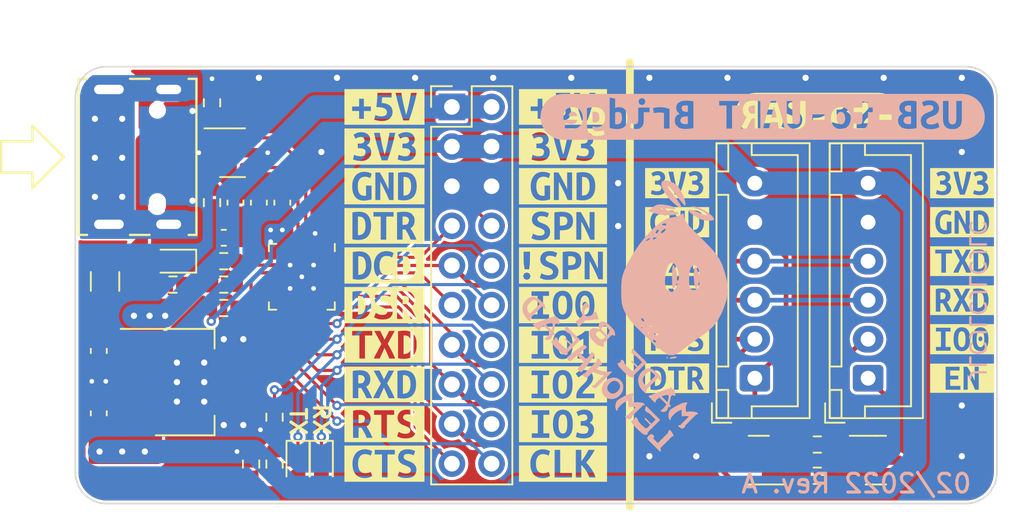
<source format=kicad_pcb>
(kicad_pcb (version 20211014) (generator pcbnew)
  (layers (0 "F.Cu" signal) (31 "B.Cu" signal) (34 "B.Paste" user) (35 "F.Paste" user) (36 "B.SilkS" user "B.Silkscreen") (37 "F.SilkS" user "F.Silkscreen") (38 "B.Mask" user) (39 "F.Mask" user) (44 "Edge.Cuts" user))
  (net 0 "")
  (net 1 "VBUS")
  (net 2 "GND")
  (net 3 "+3V3")
  (net 4 "Earth")
  (net 5 "Net-(J1-PadA5)")
  (net 8 "/USB_CONN_DN")
  (net 9 "/USB_CONN_DP")
  (net 10 "Net-(J1-PadB5)")
  (net 11 "/TXD")
  (net 12 "/RXD")
  (net 13 "/USB_DP")
  (net 14 "/USB_DN")
  (net 17 "Net-(D1-Pad2)")
  (net 18 "Net-(D2-Pad2)")
  (net 19 "Net-(D3-Pad2)")
  (net 20 "Net-(F1-Pad1)")
  (net 21 "Net-(R4-Pad2)")
  (net 22 "Net-(R6-Pad2)")
  (net 23 "/EN")
  (net 24 "/IO0")
  (net 25 "Net-(Q1-Pad1)")
  (net 26 "Net-(Q2-Pad1)")
  (net 27 "/~{RXT}{slash}GPIO1")
  (net 28 "/~{TXT}{slash}GPIO0")
  (net 29 "/~{DCD}")
  (net 30 "/SUSPEND")
  (net 31 "/~{DTR}")
  (net 32 "/~{SUSPEND}")
  (net 33 "/~{DSR}")
  (net 34 "/GPIO2")
  (net 35 "/~{RTS}")
  (net 36 "/GPIO3")
  (net 37 "/~{CTS}")
  (net 38 "/~{RI}{slash}CLK")
  (footprint "kibuzzard-61FF9B79" (layer "F.Cu") (at 116.468 71.316)
    (fp_text reference "kibuzzard-61FF9B79" hide)
    (fp_text value "G***" hide)
  )
  (footprint "Package_TO_SOT_SMD:SOT-23" (layer "F.Cu") (at 136.5 81.25)
    (fp_text reference "Q1" hide)
    (fp_text value "BC848")
  )
  (footprint "Package_TO_SOT_SMD:SOT-223-3_TabPin2" (layer "F.Cu") (at 92.25 76.25)
    (fp_text reference "U3" hide)
    (fp_text value "MCP1703A-3302_SOT223")
  )
  (footprint "kibuzzard-61FF9A21" (layer "F.Cu") (at 105.038 78.936)
    (fp_text reference "kibuzzard-61FF9A21" hide)
    (fp_text value "G***" hide)
  )
  (footprint "Resistor_SMD:R_0603_1608Metric" (layer "F.Cu") (at 94 58.35 -90)
    (fp_text reference "R1" hide)
    (fp_text value "5.1k")
  )
  (footprint "Connector_PinHeader_2.54mm:PinHeader_2x10_P2.54mm_Vertical" (layer "F.Cu") (at 109.356 58.616)
    (fp_text reference "J2" hide)
    (fp_text value "Conn_02x10_Odd_Even")
  )
  (footprint "LED_SMD:LED_0603_1608Metric" (layer "F.Cu") (at 99.5 81.5 -90)
    (fp_text reference "D3" hide)
    (fp_text value "LED_Green")
  )
  (footprint "kibuzzard-61FFA0DD" (layer "F.Cu") (at 123.775 66)
    (fp_text reference "kibuzzard-61FFA0DD" hide)
    (fp_text value "G***" hide)
  )
  (footprint "kibuzzard-61FF9BB8" (layer "F.Cu") (at 116.468 63.696)
    (fp_text reference "kibuzzard-61FF9BB8" hide)
    (fp_text value "G***" hide)
  )
  (footprint "kibuzzard-61FFA13E" (layer "F.Cu") (at 142.025 76)
    (fp_text reference "kibuzzard-61FFA13E" hide)
    (fp_text value "G***" hide)
  )
  (footprint "kibuzzard-61FFA0CE" (layer "F.Cu") (at 123.775 63.5)
    (fp_text reference "kibuzzard-61FFA0CE" hide)
    (fp_text value "G***" hide)
  )
  (footprint "Resistor_SMD:R_0603_1608Metric" (layer "F.Cu") (at 132.75 82.25 180)
    (fp_text reference "R11" hide)
    (fp_text value "10k")
  )
  (footprint "kibuzzard-61FF99FB" (layer "F.Cu") (at 105.038 71.316)
    (fp_text reference "kibuzzard-61FF99FB" hide)
    (fp_text value "G***" hide)
  )
  (footprint "kibuzzard-61FF9938" (layer "F.Cu") (at 105.038 58.616)
    (fp_text reference "kibuzzard-61FF9938" hide)
    (fp_text value "G***" hide)
  )
  (footprint "Resistor_SMD:R_0603_1608Metric" (layer "F.Cu") (at 91.5 70 180)
    (fp_text reference "R3" hide)
    (fp_text value "1k")
  )
  (footprint "kibuzzard-61FF9BB1" (layer "F.Cu") (at 116.468 61.156)
    (fp_text reference "kibuzzard-61FF9BB1" hide)
    (fp_text value "G***" hide)
  )
  (footprint "kibuzzard-61FF99EF" (layer "F.Cu") (at 105.038 66.236)
    (fp_text reference "kibuzzard-61FF99EF" hide)
    (fp_text value "G***" hide)
  )
  (footprint "Capacitor_SMD:C_0603_1608Metric" (layer "F.Cu") (at 95.5 64.75 90)
    (fp_text reference "C1" hide)
    (fp_text value "4.7uF")
  )
  (footprint "Resistor_SMD:R_0603_1608Metric" (layer "F.Cu") (at 94 64.75 90)
    (fp_text reference "R2" hide)
    (fp_text value "5.1k")
  )
  (footprint "Capacitor_SMD:C_0603_1608Metric" (layer "F.Cu") (at 98.5 64.75 90)
    (fp_text reference "C4" hide)
    (fp_text value "100nF")
  )
  (footprint "kibuzzard-61FF9B82" (layer "F.Cu") (at 116.468 73.856)
    (fp_text reference "kibuzzard-61FF9B82" hide)
    (fp_text value "G***" hide)
  )
  (footprint "kibuzzard-61FFA0EC" (layer "F.Cu") (at 142.025 68.5)
    (fp_text reference "kibuzzard-61FFA0EC" hide)
    (fp_text value "G***" hide)
  )
  (footprint "kibuzzard-61FFA103" (layer "F.Cu") (at 123.775 73.5)
    (fp_text reference "kibuzzard-61FFA103" hide)
    (fp_text value "G***" hide)
  )
  (footprint "kibuzzard-61FF9B93" (layer "F.Cu") (at 116.468 78.936)
    (fp_text reference "kibuzzard-61FF9B93" hide)
    (fp_text value "G***" hide)
  )
  (footprint "kibuzzard-61FFA0DD" (layer "F.Cu") (at 142.025 66)
    (fp_text reference "kibuzzard-61FFA0DD" hide)
    (fp_text value "G***" hide)
  )
  (footprint "Resistor_SMD:R_0603_1608Metric" (layer "F.Cu") (at 94.75 70)
    (fp_text reference "R4" hide)
    (fp_text value "22.1k")
  )
  (footprint "Package_TO_SOT_SMD:SOT-23-6" (layer "F.Cu") (at 95.3125 61.55)
    (fp_text reference "U1" hide)
    (fp_text value "USBLC6-2SC6")
  )
  (footprint "Resistor_SMD:R_0603_1608Metric" (layer "F.Cu") (at 94.75 71.5)
    (fp_text reference "R6" hide)
    (fp_text value "1k")
  )
  (footprint "kibuzzard-61FF99E4" (layer "F.Cu") (at 105.038 68.776)
    (fp_text reference "kibuzzard-61FF99E4" hide)
    (fp_text value "G***" hide)
  )
  (footprint "LED_SMD:LED_0603_1608Metric" (layer "F.Cu") (at 101 81.5 -90)
    (fp_text reference "D2" hide)
    (fp_text value "LED_Red")
  )
  (footprint "kibuzzard-61FFA126" (layer "F.Cu") (at 142.025 73.5)
    (fp_text reference "kibuzzard-61FFA126" hide)
    (fp_text value "G***" hide)
  )
  (footprint "Capacitor_SMD:C_0603_1608Metric" (layer "F.Cu") (at 86.75 74.25 -90)
    (fp_text reference "C5" hide)
    (fp_text value "1uF")
  )
  (footprint "Package_DFN_QFN:QFN-24-1EP_4x4mm_P0.5mm_EP2.6x2.6mm" (layer "F.Cu") (at 99.75 69.5 -90)
    (fp_text reference "U2" hide)
    (fp_text value "CP2102N-Axx-xQFN24")
  )
  (footprint "kibuzzard-61FF9BA7" (layer "F.Cu") (at 116.468 58.616)
    (fp_text reference "kibuzzard-61FF9BA7" hide)
    (fp_text value "G***" hide)
  )
  (footprint "Capacitor_SMD:C_0603_1608Metric" (layer "F.Cu") (at 94.75 67 180)
    (fp_text reference "C2" hide)
    (fp_text value "100nF")
  )
  (footprint "Resistor_SMD:R_0603_1608Metric" (layer "F.Cu") (at 98 81.5 -90)
    (fp_text reference "R9" hide)
    (fp_text value "1k")
  )
  (footprint "kibuzzard-61FF9BED" (layer "F.Cu") (at 116.468 68.776)
    (fp_text reference "kibuzzard-61FF9BED" hide)
    (fp_text value "G***" hide)
  )
  (footprint "kibuzzard-61FF9A17" (layer "F.Cu") (at 105.038 76.396)
    (fp_text reference "kibuzzard-61FF9A17" hide)
    (fp_text value "G***" hide)
  )
  (footprint "Capacitor_SMD:C_0603_1608Metric" (layer "F.Cu") (at 97 64.75 90)
    (fp_text reference "C3" hide)
    (fp_text value "4.7uF")
  )
  (footprint "kibuzzard-61FF9B9B" (layer "F.Cu") (at 116.468 81.476)
    (fp_text reference "kibuzzard-61FF9B9B" hide)
    (fp_text value "G***" hide)
  )
  (footprint "Resistor_SMD:R_0603_1608Metric" (layer "F.Cu") (at 132.75 80.25)
    (fp_text reference "R10" hide)
    (fp_text value "10k")
  )
  (footprint "Connector_JST:JST_XH_B6B-XH-A_1x06_P2.50mm_Vertical" (layer "F.Cu") (at 128.75 76 90)
    (fp_text reference "J4" hide)
    (fp_text value "Conn_01x06")
  )
  (footprint "LED_SMD:LED_0603_1608Metric" (layer "F.Cu") (at 91.5 68.5 180)
    (fp_text reference "D1" hide)
    (fp_text value "LED_Red")
  )
  (footprint "AK:DX07S016JA3R1500" (layer "F.Cu") (at 90.5 61.817011 -90)
    (fp_text reference "J1" hide)
    (fp_text value "USB_C_Receptacle_USB2.0")
  )
  (footprint "Package_TO_SOT_SMD:SOT-23" (layer "F.Cu") (at 129 81.25 180)
    (fp_text reference "Q2" hide)
    (fp_text value "BC848")
  )
  (footprint "kibuzzard-61FFA0EC" (layer "F.Cu") (at 123.775 68.5)
    (fp_text reference "kibuzzard-61FFA0EC" hide)
    (fp_text value "G***" hide)
  )
  (footprint "Resistor_SMD:R_0603_1608Metric" (layer "F.Cu") (at 98 78.5 -90)
    (fp_text reference "R7" hide)
    (fp_text value "10k (DNP)")
  )
  (footprint "Fuse:Fuse_1206_3216Metric" (layer "F.Cu") (at 87.15 69.8 -90)
    (fp_text reference "F1" hide)
    (fp_text value "Polyfuse, 0.5A")
  )
  (footprint "Resistor_SMD:R_0603_1608Metric" (layer "F.Cu") (at 94.75 68.5 180)
    (fp_text reference "R5" hide)
    (fp_text value "47.5k")
  )
  (footprint "Connector_JST:JST_XH_B6B-XH-A_1x06_P2.50mm_Vertical" (layer "F.Cu") (at 136 76 90)
    (fp_text reference "J3" hide)
    (fp_text value "Conn_01x06")
  )
  (footprint "Capacitor_SMD:C_0603_1608Metric" (layer "F.Cu") (at 86.75 78.25 90)
    (fp_text reference "C6" hide)
    (fp_text value "1uF")
  )
  (footprint "kibuzzard-61FF9957" (layer "F.Cu") (at 105.038 61.156)
    (fp_text reference "kibuzzard-61FF9957" hide)
    (fp_text value "G***" hide)
  )
  (footprint "kibuzzard-61FFA0F5" (layer "F.Cu") (at 142.025 71)
    (fp_text reference "kibuzzard-61FFA0F5" hide)
    (fp_text value "G***" hide)
  )
  (footprint "kibuzzard-61FFA10B" (layer "F.Cu") (at 123.775 76)
    (fp_text reference "kibuzzard-61FFA10B" hide)
    (fp_text value "G***" hide)
  )
  (footprint "kibuzzard-61FFA0CE" (layer "F.Cu") (at 142.025 63.5)
    (fp_text reference "kibuzzard-61FFA0CE" hide)
    (fp_text value "G***" hide)
  )
  (footprint "kibuzzard-61FFA0F5" (layer "F.Cu") (at 123.775 71)
    (fp_text reference "kibuzzard-61FFA0F5" hide)
    (fp_text value "G***" hide)
  )
  (footprint "Resistor_SMD:R_0603_1608Metric" (layer "F.Cu") (at 96.5 81.5 -90)
    (fp_text reference "R8" hide)
    (fp_text value "1k")
  )
  (footprint "kibuzzard-61FF9A0E" (layer "F.Cu") (at 105.038 73.856)
    (fp_text reference "kibuzzard-61FF9A0E" hide)
    (fp_text value "G***" hide)
  )
  (footprint "kibuzzard-61FF9B89" (layer "F.Cu") (at 116.468 76.396)
    (fp_text reference "kibuzzard-61FF9B89" hide)
    (fp_text value "G***" hide)
  )
  (footprint "kibuzzard-61FF9A28" (layer "F.Cu") (at 105.038 81.476)
    (fp_text reference "kibuzzard-61FF9A28" hide)
    (fp_text value "G***" hide)
  )
  (footprint "kibuzzard-61FF9BE1" (layer "F.Cu") (at 116.468 66.236)
    (fp_text reference "kibuzzard-61FF9BE1" hide)
    (fp_text value "G***" hide)
  )
  (footprint "kibuzzard-61FF9A38" (layer "F.Cu") (at 105.038 63.696)
    (fp_text reference "kibuzzard-61FF9A38" hide)
    (fp_text value "G***" hide)
  )
  (footprint "kibuzzard-6204EF72" (layer "F.Cu") (at 132.75 59)
    (fp_text reference "kibuzzard-6204EF72" hide)
    (fp_text value "G***" hide)
  )
  (footprint "AK:lemonhead" (layer "B.Cu") (at 123.5 68.75 180)
    (fp_text reference "G***" hide)
    (fp_text value "LOGO" hide)
  )
  (footprint "kibuzzard-6209BE0E" (layer "B.Cu") (at 129.25 59.25 180)
    (fp_text reference "kibuzzard-6209BE0E" hide)
    (fp_text value "G***" hide)
  )
  (footprint "kibuzzard-61F83B56" (layer "B.Cu") (at 119.288669 74.968057 135)
    (fp_text reference "kibuzzard-61F83B56" hide)
    (fp_text value "G***" hide)
  )
  (gr_line (start 120.75 55.75) (end 120.75 84.25) (layer "F.SilkS") (width 0.5))
  (gr_line (start 144.25 58.032989) (end 144.25 82.032989) (layer "Edge.Cuts") (width 0.1))
  (gr_arc (start 144.25 82.032989) (mid 143.664214 83.447203) (end 142.25 84.032989) (layer "Edge.Cuts") (width 0.1))
  (gr_line (start 85.25 82.032989) (end 85.25 58.032989) (layer "Edge.Cuts") (width 0.1))
  (gr_arc (start 87.25 84.032989) (mid 85.835786 83.447203) (end 85.25 82.032989) (layer "Edge.Cuts") (width 0.1))
  (gr_arc (start 142.25 56.032989) (mid 143.664214 56.618775) (end 144.25 58.032989) (layer "Edge.Cuts") (width 0.1))
  (gr_line (start 87.25 56.032989) (end 142.25 56.032989) (layer "Edge.Cuts") (width 0.1))
  (gr_line (start 142.25 84.032989) (end 87.25 84.032989) (layer "Edge.Cuts") (width 0.1))
  (gr_arc (start 85.25 58.032989) (mid 85.835786 56.618775) (end 87.25 56.032989) (layer "Edge.Cuts") (width 0.1))
  (gr_text "02/2022 Rev. A" (at 135.25 82.75) (layer "B.SilkS") (effects (font (size 1.2 1.2) (thickness 0.2)) (justify mirror)))
  (gr_text "JLCJLCJLCJLC" (at 143 71 270) (layer "B.SilkS") (effects (font (size 1 1)) (justify mirror)))
  (gr_text "TX" (at 99.5 79.75 270) (layer "F.SilkS") (effects (font (size 1 1) (thickness 0.2)) (justify right)))
  (gr_text "RX" (at 101 79.75 270) (layer "F.SilkS") (effects (font (size 1 1) (thickness 0.2)) (justify right)))
  (segment (start 96.45 61.55) (end 97.5625 61.55) (width 0.4) (layer "F.Cu") (net 1))
  (via (at 97.5625 61.55) (size 0.6) (drill 0.3) (layers "F.Cu" "B.Cu") (net 1))
  (via (at 89 72) (size 0.8) (drill 0.4) (layers "F.Cu" "B.Cu") (net 1))
  (via (at 91 72) (size 0.8) (drill 0.4) (layers "F.Cu" "B.Cu") (net 1))
  (via (at 90 72) (size 0.8) (drill 0.4) (layers "F.Cu" "B.Cu") (net 1))
  (segment (start 95 68) (end 91 72) (width 1.5) (layer "B.Cu") (net 1))
  (segment (start 111.896 58.616) (end 109.356 58.616) (width 1.5) (layer "B.Cu") (net 1))
  (segment (start 109.356 58.616) (end 100.634 58.616) (width 1.5) (layer "B.Cu") (net 1))
  (segment (start 90 72) (end 89 72) (width 1.5) (layer "B.Cu") (net 1))
  (segment (start 95 64.25) (end 95 68) (width 1.5) (layer "B.Cu") (net 1))
  (segment (start 100.634 58.616) (end 95 64.25) (width 1.5) (layer "B.Cu") (net 1))
  (segment (start 91 72) (end 90 72) (width 1.5) (layer "B.Cu") (net 1))
  (segment (start 94.175 61.55) (end 93.15 61.55) (width 0.4) (layer "F.Cu") (net 2))
  (segment (start 92.457989 64.917011) (end 92.75 64.625) (width 0.5) (layer "F.Cu") (net 2))
  (segment (start 97.125 79.325) (end 97.1 79.3) (width 0.3) (layer "F.Cu") (net 2))
  (segment (start 91.6 58.717011) (end 92.592011 58.717011) (width 0.5) (layer "F.Cu") (net 2))
  (segment (start 92.592011 58.717011) (end 92.75 58.875) (width 0.5) (layer "F.Cu") (net 2))
  (segment (start 100.5 67.5625) (end 100.5 66.821493) (width 0.3) (layer "F.Cu") (net 2))
  (segment (start 94 57.525) (end 94 56.809022) (width 0.3) (layer "F.Cu") (net 2))
  (segment (start 100.5 66.821493) (end 100.5995 66.721993) (width 0.3) (layer "F.Cu") (net 2))
  (segment (start 91.6 64.917011) (end 92.457989 64.917011) (width 0.5) (layer "F.Cu") (net 2))
  (segment (start 98 79.325) (end 97.125 79.325) (width 0.3) (layer "F.Cu") (net 2))
  (via (at 91.75 75) (size 0.8) (drill 0.4) (layers "F.Cu" "B.Cu") (net 2))
  (via (at 91.75 77.5) (size 0.8) (drill 0.4) (layers "F.Cu" "B.Cu") (net 2))
  (via (at 99 70.25) (size 0.6) (drill 0.3) (layers "F.Cu" "B.Cu") (net 2))
  (via (at 97.1 79.3) (size 0.6) (drill 0.3) (layers "F.Cu" "B.Cu") (net 2))
  (via (at 120 66.25) (size 0.8) (drill 0.4) (layers "F.Cu" "B.Cu") (net 2))
  (via (at 97 56.75) (size 0.8) (drill 0.4) (layers "F.Cu" "B.Cu") (net 2))
  (via (at 120 63.5) (size 0.8) (drill 0.4) (layers "F.Cu" "B.Cu") (net 2))
  (via (at 107 56.75) (size 0.8) (drill 0.4) (layers "F.Cu" "B.Cu") (net 2))
  (via (at 112 56.75) (size 0.8) (drill 0.4) (layers "F.Cu" "B.Cu") (net 2))
  (via (at 100.5995 66.721993) (size 0.6) (drill 0.3) (layers "F.Cu" "B.Cu") (net 2))
  (via (at 93.15 61.55) (size 0.6) (drill 0.3) (layers "F.Cu" "B.Cu") (net 2))
  (via (at 101 61.5) (size 0.8) (drill 0.4) (layers "F.Cu" "B.Cu") (net 2))
  (via (at 142 56.75) (size 0.8) (drill 0.4) (layers "F.Cu" "B.Cu") (net 2))
  (via (at 100.5 68.75) (size 0.6) (drill 0.3) (layers "F.Cu" "B.Cu") (net 2))
  (via (at 86.3 76.2) (size 0.6) (drill 0.3) (layers "F.Cu" "B.Cu") (net 2))
  (via (at 100.5 70.25) (size 0.6) (drill 0.3) (layers "F.Cu" "B.Cu") (net 2))
  (via (at 137 56.75) (size 0.8) (drill 0.4) (layers "F.Cu" "B.Cu") (net 2))
  (via (at 117 56.75) (size 0.8) (drill 0.4) (layers "F.Cu" "B.Cu") (net 2))
  (via (at 87.2 76.2) (size 0.6) (drill 0.3) (layers "F.Cu" "B.Cu") (net 2))
  (via (at 93.5 76.25) (size 0.8) (drill 0.4) (layers "F.Cu" "B.Cu") (net 2))
  (via (at 93.5 75) (size 0.8) (drill 0.4) (layers "F.Cu" "B.Cu") (net 2))
  (via (at 132 56.75) (size 0.8) (drill 0.4) (layers "F.Cu" "B.Cu") (net 2))
  (via (at 142 81) (size 0.8) (drill 0.4) (layers "F.Cu" "B.Cu") (net 2))
  (via (at 99.75 69.5) (size 0.6) (drill 0.3) (layers "F.Cu" "B.Cu") (net 2))
  (via (at 94.75 79) (size 0.8) (drill 0.4) (layers "F.Cu" "B.Cu") (net 2))
  (via (at 94.75 73.5) (size 0.8) (drill 0.4) (layers "F.Cu" "B.Cu") (net 2))
  (via (at 92.75 64.625) (size 0.8) (drill 0.4) (layers "F.Cu" "B.Cu") (net 2))
  (via (at 94 56.809022) (size 0.6) (drill 0.3) (layers "F.Cu" "B.Cu") (net 2))
  (via (at 96 79) (size 0.8) (drill 0.4) (layers "F.Cu" "B.Cu") (net 2))
  (via (at 96 73.5) (size 0.8) (drill 0.4) (layers "F.Cu" "B.Cu") (net 2))
  (via (at 91.75 76.25) (size 0.8) (drill 0.4) (layers "F.Cu" "B.Cu") (net 2))
  (via (at 142 61.5) (size 0.8) (drill 0.4) (layers "F.Cu" "B.Cu") (net 2))
  (via (at 122 56.75) (size 0.8) (drill 0.4) (layers "F.Cu" "B.Cu") (net 2))
  (via (at 127 56.75) (size 0.8) (drill 0.4) (layers "F.Cu" "B.Cu") (net 2))
  (via (at 102 56.75) (size 0.8) (drill 0.4) (layers "F.Cu" "B.Cu") (net 2))
  (via (at 122 81) (size 0.8) (drill 0.4) (layers "F.Cu" "B.Cu") (net 2))
  (via (at 125 81) (size 0.8) (drill 0.4) (layers "F.Cu" "B.Cu") (net 2))
  (via (at 99 68.75) (size 0.6) (drill 0.3) (layers "F.Cu" "B.Cu") (net 2))
  (via (at 92.75 58.875) (size 0.8) (drill 0.4) (layers "F.Cu" "B.Cu") (net 2))
  (via (at 142 77.75) (size 0.8) (drill 0.4) (layers "F.Cu" "B.Cu") (net 2))
  (via (at 93.5 77.5) (size 0.8) (drill 0.4) (layers "F.Cu" "B.Cu") (net 2))
  (segment (start 96.5 80.675) (end 95.625 80.675) (width 0.3) (layer "F.Cu") (net 3))
  (segment (start 93.95 72.35) (end 93.95 71.525) (width 0.3) (layer "F.Cu") (net 3))
  (segment (start 98 80.675) (end 96.5 80.675) (width 0.3) (layer "F.Cu") (net 3))
  (segment (start 95.625 80.675) (end 95.6 80.7) (width 0.3) (layer "F.Cu") (net 3))
  (via (at 97.75 67.25) (size 0.6) (drill 0.3) (layers "F.Cu" "B.Cu") (net 3))
  (via (at 95.6 80.7) (size 0.6) (drill 0.3) (layers "F.Cu" "B.Cu") (net 3))
  (via (at 98.5 66.5) (size 0.6) (drill 0.3) (layers "F.Cu" "B.Cu") (net 3))
  (via (at 97.75 66.5) (size 0.6) (drill 0.3) (layers "F.Cu" "B.Cu") (net 3))
  (via (at 86.8 80.7) (size 0.8) (drill 0.4) (layers "F.Cu" "B.Cu") (net 3))
  (via (at 88.25 80.7) (size 0.8) (drill 0.4) (layers "F.Cu" "B.Cu") (net 3))
  (via (at 89.7 80.7) (size 0.8) (drill 0.4) (layers "F.Cu" "B.Cu") (net 3))
  (via (at 93.95 72.35) (size 0.6) (drill 0.3) (layers "F.Cu" "B.Cu") (net 3))
  (segment (start 97.75 67.25) (end 97.75 68.5) (width 0.3) (layer "B.Cu") (net 3))
  (segment (start 139 65) (end 137.5 63.5) (width 1.5) (layer "B.Cu") (net 3))
  (segment (start 128.75 63.5) (end 136 63.5) (width 1.5) (layer "B.Cu") (net 3))
  (segment (start 114.416938 83.25) (end 107.25 83.25) (width 1) (layer "B.Cu") (net 3))
  (segment (start 98.5 66.5) (end 97.75 66.5) (width 0.8) (layer "B.Cu") (net 3))
  (segment (start 93.95 72.3) (end 93.95 72.35) (width 0.3) (layer "B.Cu") (net 3))
  (segment (start 111.896 61.156) (end 126.406 61.156) (width 1.5) (layer "B.Cu") (net 3))
  (segment (start 97.75 66.5) (end 97.75 67.25) (width 0.8) (layer "B.Cu") (net 3))
  (segment (start 109.356 61.156) (end 103.844 61.156) (width 0.8) (layer "B.Cu") (net 3))
  (segment (start 89.7 80.7) (end 88.45 80.7) (width 1.5) (layer "B.Cu") (net 3))
  (segment (start 126.406 61.156) (end 128.75 63.5) (width 1.5) (layer "B.Cu") (net 3))
  (segment (start 88.45 80.7) (end 86.8 80.7) (width 1.5) (layer "B.Cu") (net 3))
  (segment (start 97.75 68.5) (end 93.95 72.3) (width 0.3) (layer "B.Cu") (net 3))
  (segment (start 109.356 61.156) (end 111.896 61.156) (width 1.5) (layer "B.Cu") (net 3))
  (segment (start 137.25 83) (end 139 81.25) (width 1.5) (layer "B.Cu") (net 3))
  (segment (start 137.5 63.5) (end 136 63.5) (width 1.5) (layer "B.Cu") (net 3))
  (segment (start 103.844 61.156) (end 98.5 66.5) (width 0.8) (layer "B.Cu") (net 3))
  (segment (start 95.6 80.7) (end 89.7 80.7) (width 1.5) (layer "B.Cu") (net 3))
  (segment (start 99 83) (end 96.7 80.7) (width 1.5) (layer "B.Cu") (net 3))
  (segment (start 96.7 80.7) (end 95.6 80.7) (width 1.5) (layer "B.Cu") (net 3))
  (segment (start 113.583469 83) (end 137.25 83) (width 1.5) (layer "B.Cu") (net 3))
  (segment (start 97.75 67.25) (end 98.5 66.5) (width 0.8) (layer "B.Cu") (net 3))
  (segment (start 139 81.25) (end 139 65) (width 1.5) (layer "B.Cu") (net 3))
  (segment (start 107.75 83) (end 99 83) (width 1.5) (layer "B.Cu") (net 3))
  (via (at 88.25 59.375) (size 0.8) (drill 0.4) (layers "F.Cu" "B.Cu") (net 4))
  (via (at 88.25 61.875) (size 0.8) (drill 0.4) (layers "F.Cu" "B.Cu") (net 4))
  (via (at 88.25 64.375) (size 0.8) (drill 0.4) (layers "F.Cu" "B.Cu") (net 4))
  (via (at 86.5 64.375) (size 0.8) (drill 0.4) (layers "F.Cu" "B.Cu") (net 4))
  (via (at 86.5 59.375) (size 0.8) (drill 0.4) (layers "F.Cu" "B.Cu") (net 4))
  (via (at 86.5 61.875) (size 0.8) (drill 0.4) (layers "F.Cu" "B.Cu") (net 4))
  (segment (start 91.225 66.137011) (end 87.4 66.137011) (width 0.8) (layer "B.Cu") (net 4))
  (segment (start 91.225 57.497011) (end 87.4 57.497011) (width 0.8) (layer "B.Cu") (net 4))
  (segment (start 87.4 57.497011) (end 87.4 66.137011) (width 0.8) (layer "B.Cu") (net 4))
  (segment (start 91.6 60.067011) (end 93.107989 60.067011) (width 0.3) (layer "F.Cu") (net 5))
  (segment (start 93.107989 60.067011) (end 94 59.175) (width 0.3) (layer "F.Cu") (net 5))
  (segment (start 90.8 61.067011) (end 90.571786 61.295225) (width 0.3) (layer "F.Cu") (net 8))
  (segment (start 91.6 61.067011) (end 90.8 61.067011) (width 0.3) (layer "F.Cu") (net 8))
  (segment (start 90.571786 62.428214) (end 90.710583 62.567011) (width 0.3) (layer "F.Cu") (net 8))
  (segment (start 91.6 62.567011) (end 94.107989 62.567011) (width 0.3) (layer "F.Cu") (net 8))
  (segment (start 90.710583 62.567011) (end 91.6 62.567011) (width 0.3) (layer "F.Cu") (net 8))
  (segment (start 90.571786 61.295225) (end 90.571786 62.428214) (width 0.3) (layer "F.Cu") (net 8))
  (segment (start 92.234022 61.567011) (end 92.55 61.251033) (width 0.3) (layer "F.Cu") (net 9))
  (segment (start 92.55 61.251033) (end 92.55 60.9) (width 0.3) (layer "F.Cu") (net 9))
  (segment (start 92.182989 62.067011) (end 92.25 62) (width 0.3) (layer "F.Cu") (net 9))
  (segment (start 92.25 62) (end 92.25 61.582989) (width 0.3) (layer "F.Cu") (net 9))
  (segment (start 92.25 61.582989) (end 92.234022 61.567011) (width 0.3) (layer "F.Cu") (net 9))
  (segment (start 92.85 60.6) (end 94.175 60.6) (width 0.3) (layer "F.Cu") (net 9))
  (segment (start 91.6 61.567011) (end 92.234022 61.567011) (width 0.3) (layer "F.Cu") (net 9))
  (segment (start 91.6 62.067011) (end 92.182989 62.067011) (width 0.3) (layer "F.Cu") (net 9))
  (segment (start 92.55 60.9) (end 92.85 60.6) (width 0.3) (layer "F.Cu") (net 9))
  (segment (start 93.1 63.925) (end 94 63.925) (width 0.3) (layer "F.Cu") (net 10))
  (segment (start 92.242011 63.067011) (end 93.1 63.925) (width 0.3) (layer "F.Cu") (net 10))
  (segment (start 91.6 63.067011) (end 92.242011 63.067011) (width 0.3) (layer "F.Cu") (net 10))
  (segment (start 125.9375 68.5) (end 128.75 68.5) (width 0.3) (layer "F.Cu") (net 11))
  (segment (start 101.6875 69.75) (end 105.944981 69.75) (width 0.2) (layer "F.Cu") (net 11))
  (segment (start 109.356 73.856) (end 110.65 75.15) (width 0.3) (layer "F.Cu") (net 11))
  (segment (start 105.944981 69.75) (end 109.356 73.161019) (width 0.2) (layer "F.Cu") (net 11))
  (segment (start 119.2875 75.15) (end 125.9375 68.5) (width 0.3) (layer "F.Cu") (net 11))
  (segment (start 110.65 75.15) (end 119.2875 75.15) (width 0.3) (layer "F.Cu") (net 11))
  (segment (start 128.75 68.5) (end 136 68.5) (width 0.3) (layer "B.Cu") (net 11))
  (segment (start 126 71) (end 128.75 71) (width 0.3) (layer "F.Cu") (net 12))
  (segment (start 109.356 76.396) (end 110.61 77.65) (width 0.3) (layer "F.Cu") (net 12))
  (segment (start 108 75.04) (end 108 72.370011) (width 0.2) (layer "F.Cu") (net 12))
  (segment (start 105.879989 70.25) (end 101.6875 70.25) (width 0.2) (layer "F.Cu") (net 12))
  (segment (start 108 72.370011) (end 105.879989 70.25) (width 0.2) (layer "F.Cu") (net 12))
  (segment (start 110.61 77.65) (end 119.35 77.65) (width 0.3) (layer "F.Cu") (net 12))
  (segment (start 109.356 76.396) (end 108 75.04) (width 0.2) (layer "F.Cu") (net 12))
  (segment (start 119.35 77.65) (end 126 71) (width 0.3) (layer "F.Cu") (net 12))
  (segment (start 128.75 71) (end 136 71) (width 0.3) (layer "B.Cu") (net 12))
  (segment (start 100 62.5) (end 98.1 60.6) (width 0.2) (layer "F.Cu") (net 13))
  (segment (start 98.1 60.6) (end 96.45 60.6) (width 0.2) (layer "F.Cu") (net 13))
  (segment (start 100 67.5625) (end 100 62.5) (width 0.2) (layer "F.Cu") (net 13))
  (segment (start 96.45 62.5) (end 98.75 62.5) (width 0.2) (layer "F.Cu") (net 14))
  (segment (start 99.5 63.25) (end 99.5 67.5625) (width 0.2) (layer "F.Cu") (net 14))
  (segment (start 98.75 62.5) (end 99.5 63.25) (width 0.2) (layer "F.Cu") (net 14))
  (segment (start 90.7125 68.5) (end 90.7125 69.9625) (width 0.2) (layer "F.Cu") (net 17))
  (segment (start 96.5 82.325) (end 97.27452 81.55048) (width 0.2) (layer "F.Cu") (net 18))
  (segment (start 97.27452 81.55048) (end 100.26298 81.55048) (width 0.2) (layer "F.Cu") (net 18))
  (segment (start 100.26298 81.55048) (end 101 82.2875) (width 0.2) (layer "F.Cu") (net 18))
  (segment (start 99.5 82.2875) (end 98.0375 82.2875) (width 0.2) (layer "F.Cu") (net 19))
  (segment (start 90 63.825) (end 89.5 63.325) (width 0.4) (layer "F.Cu") (net 20))
  (segment (start 91.6 59.467011) (end 90.876033 59.467011) (width 0.4) (layer "F.Cu") (net 20))
  (segment (start 88.35 68.4) (end 87.15 68.4) (width 0.8) (layer "F.Cu") (net 20))
  (segment (start 89.5 60.825) (end 90.5 59.825) (width 0.8) (layer "F.Cu") (net 20))
  (segment (start 89.75 64.075) (end 89.5 64.075) (width 0.4) (layer "F.Cu") (net 20))
  (segment (start 90 63.825) (end 89.75 64.075) (width 0.4) (layer "F.Cu") (net 20))
  (segment (start 89.5 63.325) (end 89.5 64.075) (width 0.8) (layer "F.Cu") (net 20))
  (segment (start 91.6 64.167011) (end 91.034981 64.167011) (width 0.4) (layer "F.Cu") (net 20))
  (segment (start 89.5 67.25) (end 88.35 68.4) (width 0.8) (layer "F.Cu") (net 20))
  (segment (start 89.5 64.075) (end 89.5 67.25) (width 0.8) (layer "F.Cu") (net 20))
  (segment (start 89.5 63.325) (end 89.5 60.825) (width 0.8) (layer "F.Cu") (net 20))
  (segment (start 90 63.825) (end 89.5 63.825) (width 0.4) (layer "F.Cu") (net 20))
  (segment (start 90.69297 63.825) (end 90 63.825) (width 0.4) (layer "F.Cu") (net 20))
  (segment (start 90.876033 59.467011) (end 90.518044 59.825) (width 0.4) (layer "F.Cu") (net 20))
  (segment (start 90.518044 59.825) (end 90.5 59.825) (width 0.4) (layer "F.Cu") (net 20))
  (segment (start 91.034981 64.167011) (end 90.69297 63.825) (width 0.4) (layer "F.Cu") (net 20))
  (segment (start 95.575 70) (end 95.575 68.5) (width 0.2) (layer "F.Cu") (net 21))
  (segment (start 97.8125 68.75) (end 96.75 68.75) (width 0.2) (layer "F.Cu") (net 21))
  (segment (start 96.5 68.5) (end 95.575 68.5) (width 0.2) (layer "F.Cu") (net 21))
  (segment (start 96.75 68.75) (end 96.5 68.5) (width 0.2) (layer "F.Cu") (net 21))
  (segment (start 96.5 71.25) (end 96.5 69.75) (width 0.2) (layer "F.Cu") (net 22))
  (segment (start 96.5 69.75) (end 97 69.25) (width 0.2) (layer "F.Cu") (net 22))
  (segment (start 96.25 71.5) (end 96.5 71.25) (width 0.2) (layer "F.Cu") (net 22))
  (segment (start 97 69.25) (end 97.8125 69.25) (width 0.2) (layer "F.Cu") (net 22))
  (segment (start 95.575 71.5) (end 96.25 71.5) (width 0.2) (layer "F.Cu") (net 22))
  (segment (start 137.4375 81.25) (end 137.4375 77.4375) (width 0.3) (layer "F.Cu") (net 23))
  (segment (start 137.4375 77.4375) (end 136 76) (width 0.3) (layer "F.Cu") (net 23))
  (segment (start 132.25 81.25) (end 132.75 80.75) (width 0.3) (layer "F.Cu") (net 24))
  (segment (start 132.75 80.75) (end 132.75 76.5) (width 0.3) (layer "F.Cu") (net 24))
  (segment (start 128.0625 81.25) (end 132.25 81.25) (width 0.3) (layer "F.Cu") (net 24))
  (segment (start 132.75 76.5) (end 135.75 73.5) (width 0.3) (layer "F.Cu") (net 24))
  (segment (start 135.5625 80.3) (end 133.625 80.3) (width 0.3) (layer "F.Cu") (net 25))
  (segment (start 129.9375 82.2) (end 131.875 82.2) (width 0.3) (layer "F.Cu") (net 26))
  (segment (start 101 80.7125) (end 101 79.75) (width 0.2) (layer "F.Cu") (net 27))
  (segment (start 98.5 71.4375) (end 98.5 73.25) (width 0.2) (layer "F.Cu") (net 27))
  (segment (start 100.75 75.5) (end 102 75.5) (width 0.2) (layer "F.Cu") (net 27))
  (segment (start 98.5 73.25) (end 100.75 75.5) (width 0.2) (layer "F.Cu") (net 27))
  (via (at 101 79.75) (size 0.6) (drill 0.3) (layers "F.Cu" "B.Cu") (net 27))
  (via (at 102 75.5) (size 0.6) (drill 0.3) (layers "F.Cu" "B.Cu") (net 27))
  (segment (start 101 76.5) (end 102 75.5) (width 0.2) (layer "B.Cu") (net 27))
  (segment (start 102.4 75.1) (end 102 75.5) (width 0.2) (layer "B.Cu") (net 27))
  (segment (start 111.896 76.396) (end 110.6 75.1) (width 0.2) (layer "B.Cu") (net 27))
  (segment (start 110.6 75.1) (end 102.4 75.1) (width 0.2) (layer "B.Cu") (net 27))
  (segment (start 101 79.75) (end 101 76.5) (width 0.2) (layer "B.Cu") (net 27))
  (segment (start 100.75 74.5) (end 102 74.5) (width 0.2) (layer "F.Cu") (net 28))
  (segment (start 99.5 80.7125) (end 99.5 79.75) (width 0.2) (layer "F.Cu") (net 28))
  (segment (start 99 71.4375) (end 99 72.75) (width 0.2) (layer "F.Cu") (net 28))
  (segment (start 99 72.75) (end 100.75 74.5) (width 0.2) (layer "F.Cu") (net 28))
  (via (at 102 74.5) (size 0.6) (drill 0.3) (layers "F.Cu" "B.Cu") (net 28))
  (via (at 99.5 79.75) (size 0.6) (drill 0.3) (layers "F.Cu" "B.Cu") (net 28))
  (segment (start 99.5 77) (end 102 74.5) (width 0.2) (layer "B.Cu") (net 28))
  (segment (start 111.896 73.856) (end 110.64 72.6) (width 0.2) (layer "B.Cu") (net 28))
  (segment (start 110.64 72.6) (end 103.9 72.6) (width 0.2) (layer "B.Cu") (net 28))
  (segment (start 103.9 72.6) (end 102 74.5) (width 0.2) (layer "B.Cu") (net 28))
  (segment (start 99.5 79.75) (end 99.5 77) (width 0.2) (layer "B.Cu") (net 28))
  (segment (start 101.6875 68.25) (end 107.342 68.25) (width 0.2) (layer "F.Cu") (net 29))
  (segment (start 107.342 68.25) (end 109.356 66.236) (width 0.2) (layer "F.Cu") (net 29))
  (segment (start 100.5 72.25) (end 100.75 72.5) (width 0.2) (layer "F.Cu") (net 30))
  (segment (start 100.75 72.5) (end 102 72.5) (width 0.2) (layer "F.Cu") (net 30))
  (segment (start 100.5 71.4375) (end 100.5 72.25) (width 0.2) (layer "F.Cu") (net 30))
  (via (at 102 72.5) (size 0.6) (drill 0.3) (layers "F.Cu" "B.Cu") (net 30))
  (segment (start 107 67.5) (end 102 72.5) (width 0.2) (layer "B.Cu") (net 30))
  (segment (start 110.62 67.5) (end 107 67.5) (width 0.2) (layer "B.Cu") (net 30))
  (segment (start 111.896 68.776) (end 110.62 67.5) (width 0.2) (layer "B.Cu") (net 30))
  (segment (start 129.75 67.25) (end 122.25 67.25) (width 0.3) (layer "F.Cu") (net 31))
  (segment (start 101.7135 68.776) (end 109.356 68.776) (width 0.2) (layer "F.Cu") (net 31))
  (segment (start 129.9375 80.3) (end 129.05 80.3) (width 0.3) (layer "F.Cu") (net 31))
  (segment (start 128.75 80) (end 128.75 76) (width 0.3) (layer "F.Cu") (net 31))
  (segment (start 110.63 70.05) (end 109.356 68.776) (width 0.3) (layer "F.Cu") (net 31))
  (segment (start 129.05 80.3) (end 128.75 80) (width 0.3) (layer "F.Cu") (net 31))
  (segment (start 128.75 76) (end 130.75 74) (width 0.3) (layer "F.Cu") (net 31))
  (segment (start 130.75 68.25) (end 129.75 67.25) (width 0.3) (layer "F.Cu") (net 31))
  (segment (start 129.9375 80.3) (end 131.875 80.3) (width 0.3) (layer "F.Cu") (net 31))
  (segment (start 122.25 67.25) (end 119.45 70.05) (width 0.3) (layer "F.Cu") (net 31))
  (segment (start 130.75 74) (end 130.75 68.25) (width 0.3) (layer "F.Cu") (net 31))
  (segment (start 119.45 70.05) (end 110.63 70.05) (width 0.3) (layer "F.Cu") (net 31))
  (segment (start 99.5 71.4375) (end 99.5 72.25) (width 0.2) (layer "F.Cu") (net 32))
  (segment (start 98 77.675) (end 98 76.75) (width 0.2) (layer "F.Cu") (net 32))
  (segment (start 100.75 73.5) (end 102 73.5) (width 0.2) (layer "F.Cu") (net 32))
  (segment (start 99.5 72.25) (end 100.75 73.5) (width 0.2) (layer "F.Cu") (net 32))
  (via (at 102 73.5) (size 0.6) (drill 0.3) (layers "F.Cu" "B.Cu") (net 32))
  (via (at 98 76.75) (size 0.6) (drill 0.3) (layers "F.Cu" "B.Cu") (net 32))
  (segment (start 110.58 70) (end 105.5 70) (width 0.2) (layer "B.Cu") (net 32))
  (segment (start 105.5 70) (end 102 73.5) (width 0.2) (layer "B.Cu") (net 32))
  (segment (start 111.896 71.316) (end 110.58 70) (width 0.2) (layer "B.Cu") (net 32))
  (segment (start 102 73.5) (end 98.75 76.75) (width 0.2) (layer "B.Cu") (net 32))
  (segment (start 98.75 76.75) (end 98 76.75) (width 0.2) (layer "B.Cu") (net 32))
  (segment (start 101.6875 69.25) (end 107.29 69.25) (width 0.2) (layer "F.Cu") (net 33))
  (segment (start 107.29 69.25) (end 109.356 71.316) (width 0.2) (layer "F.Cu") (net 33))
  (segment (start 97.8125 70.75) (end 97.8125 73.5625) (width 0.2) (layer "F.Cu") (net 34))
  (segment (start 97.8125 73.5625) (end 102 77.75) (width 0.2) (layer "F.Cu") (net 34))
  (via (at 102 77.75) (size 0.6) (drill 0.3) (layers "F.Cu" "B.Cu") (net 34))
  (segment (start 102.05 77.7) (end 102 77.75) (width 0.2) (layer "B.Cu") (net 34))
  (segment (start 111.896 78.936) (end 110.66 77.7) (width 0.2) (layer "B.Cu") (net 34))
  (segment (start 110.66 77.7) (end 102.05 77.7) (width 0.2) (layer "B.Cu") (net 34))
  (segment (start 105.814994 70.75) (end 107.5 72.435006) (width 0.2) (layer "F.Cu") (net 35))
  (segment (start 107.5 77.08) (end 109.356 78.936) (width 0.2) (layer "F.Cu") (net 35))
  (segment (start 126.75 82) (end 126.75 75.5) (width 0.3) (layer "F.Cu") (net 35))
  (segment (start 126.125 73.5) (end 128.75 73.5) (width 0.3) (layer "F.Cu") (net 35))
  (segment (start 135.5625 82.2) (end 133.625 82.2) (width 0.3) (layer "F.Cu") (net 35))
  (segment (start 133.575 82.25) (end 132.75048 83.07452) (width 0.3) (layer "F.Cu") (net 35))
  (segment (start 107.5 72.435006) (end 107.5 77.08) (width 0.2) (layer "F.Cu") (net 35))
  (segment (start 109.356 78.936) (end 110.67 80.25) (width 0.3) (layer "F.Cu") (net 35))
  (segment (start 126.75 75.5) (end 128.75 73.5) (width 0.3) (layer "F.Cu") (net 35))
  (segment (start 119.375 80.25) (end 126.125 73.5) (width 0.3) (layer "F.Cu") (net 35))
  (segment (start 110.67 80.25) (end 119.375 80.25) (width 0.3) (layer "F.Cu") (net 35))
  (segment (start 132.75048 83.07452) (end 127.82452 83.07452) (width 0.3) (layer "F.Cu") (net 35))
  (segment (start 127.82452 83.07452) (end 126.75 82) (width 0.3) (layer "F.Cu") (net 35))
  (segment (start 101.6875 70.75) (end 105.814994 70.75) (width 0.2) (layer "F.Cu") (net 35))
  (segment (start 97 70.5) (end 97 73.75) (width 0.2) (layer "F.Cu") (net 36))
  (segment (start 97.25 70.25) (end 97 70.5) (width 0.2) (layer "F.Cu") (net 36))
  (segment (start 97.8125 70.25) (end 97.25 70.25) (width 0.2) (layer "F.Cu") (net 36))
  (segment (start 97 73.75) (end 102 78.75) (width 0.2) (layer "F.Cu") (net 36))
  (via (at 102 78.75) (size 0.6) (drill 0.3) (layers "F.Cu" "B.Cu") (net 36))
  (segment (start 111.896 81.476) (end 110.62 80.2) (width 0.2) (layer "B.Cu") (net 36))
  (segment (start 110.62 80.2) (end 105.45 80.2) (width 0.2) (layer "B.Cu") (net 36))
  (segment (start 104 78.75) (end 102 78.75) (width 0.2) (layer "B.Cu") (net 36))
  (segment (start 105.45 80.2) (end 104 78.75) (width 0.2) (layer "B.Cu") (net 36))
  (segment (start 101 71.4375) (end 105.9375 71.4375) (width 0.2) (layer "F.Cu") (net 37))
  (segment (start 105.9375 71.4375) (end 107 72.5) (width 0.2) (layer "F.Cu") (net 37))
  (segment (start 107 79.12) (end 109.356 81.476) (width 0.2) (layer "F.Cu") (net 37))
  (segment (start 107 72.5) (end 107 79.12) (width 0.2) (layer "F.Cu") (net 37))
  (segment (start 111.896 66.236) (end 110.66 65) (width 0.2) (layer "F.Cu") (net 38))
  (segment (start 105.9375 67.5625) (end 101 67.5625) (width 0.2) (layer "F.Cu") (net 38))
  (segment (start 110.66 65) (end 108.5 65) (width 0.2) (layer "F.Cu") (net 38))
  (segment (start 108.5 65) (end 105.9375 67.5625) (width 0.2) (layer "F.Cu") (net 38))
  (zone (net 2) (net_name "GND") (layers F&B.Cu) (connect_pads yes (clearance 0.2)) (min_thickness 0.2) (fill yes (thermal_gap 0.5) (thermal_bridge_width 0.5) (smoothing fillet) (radius 0.25))
    (polygon (pts (xy 84.75 85.25) (xy 84.75 55) (xy 146 55) (xy 146 85.25)))
  )
  (zone (net 3) (net_name "+3V3") (layer "F.Cu") (priority 1) (connect_pads yes (clearance 0.2)) (min_thickness 0.2) (fill yes (thermal_gap 0.5) (thermal_bridge_width 0.5) (smoothing fillet) (radius 0.25))
    (polygon (pts (xy 86.1 81.5) (xy 86.1 78.4) (xy 87.9 78.4) (xy 87.9 77.6) (xy 90.8 77.6) (xy 90.8 81.5)))
  )
  (zone (net 3) (net_name "+3V3") (layer "F.Cu") (priority 1) (connect_pads yes (clearance 0.2)) (min_thickness 0.2) (fill yes (thermal_gap 0.5) (thermal_bridge_width 0.5) (smoothing fillet) (radius 0.25))
    (polygon (pts (xy 98.2 68) (xy 98.2 68.4) (xy 97.3 68.4) (xy 96.5 67.6) (xy 95 67.6) (xy 95 65) (xy 99.2 65) (xy 99.2 68)))
  )
  (zone (net 1) (net_name "VBUS") (layer "F.Cu") (priority 1) (connect_pads yes (clearance 0.2)) (min_thickness 0.2) (fill yes (thermal_gap 0.5) (thermal_bridge_width 0.5) (smoothing fillet) (radius 0.25))
    (polygon (pts (xy 93.3 70.5) (xy 90.8 73) (xy 90.8 74.9) (xy 88 74.9) (xy 88 74.1) (xy 86 74.1) (xy 86 70.4) (xy 88.9 70.4) (xy 88.9 70.9) (xy 91.7 70.9) (xy 91.7 69.5) (xy 94.4 69.5) (xy 94.4 70.5)))
  )
  (zone (net 4) (net_name "Earth") (layer "F.Cu") (priority 1) (connect_pads yes (clearance 0.3)) (min_thickness 0.2) (fill yes (thermal_gap 0.5) (thermal_bridge_width 0.5) (smoothing fillet) (radius 0.5))
    (polygon (pts (xy 85.25 66.875) (xy 85.25 56.625) (xy 89 56.625) (xy 89 66.875)))
  )
  (zone (net 4) (net_name "Earth") (layer "B.Cu") (priority 2) (connect_pads yes (clearance 0.3)) (min_thickness 0.2) (fill yes (thermal_gap 0.508) (thermal_bridge_width 0.508))
    (polygon (pts (xy 89.05 58.275) (xy 89.05 65.225) (xy 93.1 65.225) (xy 93.1 67.075) (xy 85.25 67.075) (xy 85.25 56.575) (xy 93.1 56.575) (xy 93.1 58.275)))
  )
)
</source>
